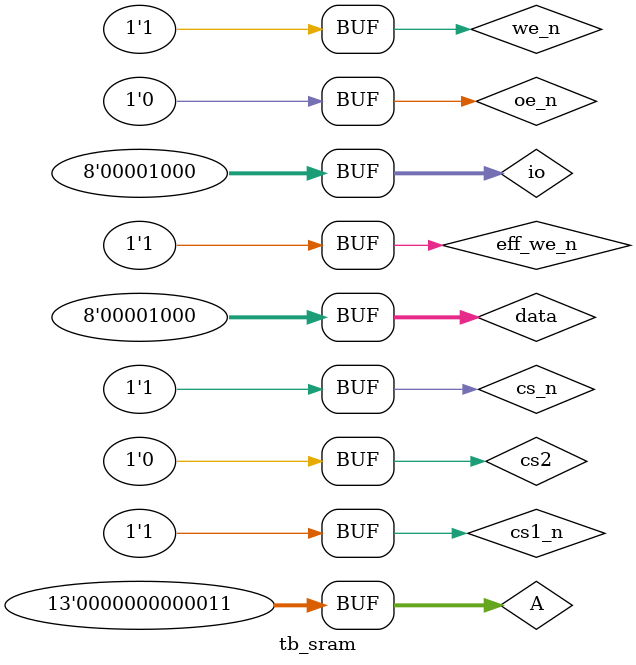
<source format=v>
module tb_sram();
reg [12:0] A;
reg cs1_n,cs2,we_n,oe_n;
wire [7:0] io;


reg[7:0] data;
wire eff_we_n,cs_n;

sram m1(cs1_n,cs2,we_n,oe_n,A,io);

assign cs_n=(cs1_n & (~cs2));
assign eff_we_n=(we_n | cs_n);
assign io=eff_we_n?data:8'bz;
initial begin
//address1 latch
cs1_n=1'b0; cs2=1'b1; we_n=1'b1; data=8'd6;
#10 we_n=1'b0;A=13'd0;
//writing data1
#10 we_n=1'b1;oe_n=1'b1;
//reading data1
#10 oe_n=1'b0;we_n=1'b0;
#10 we_n=1'b1;cs1_n=1'b1;cs2=1'b0;

//address2 latch
#10 cs1_n=1'b0; cs2=1'b1; we_n=1'b1; data=8'd7;
#10 we_n=1'b0;A=13'd1;
//writing data2
#10 we_n=1'b1;oe_n=1'b1;
//reading data2
#10 oe_n=1'b0;we_n=1'b0;
#10 we_n=1'b1;cs1_n=1'b1;cs2=1'b0;

//address3 latch
#10 cs1_n=1'b0; cs2=1'b1; we_n=1'b1; data=8'd10;
#10 we_n=1'b0;A=13'd2;
//writing data3
#10 we_n=1'b1;oe_n=1'b1;
//reading data3
#10 oe_n=1'b0;we_n=1'b0;
#10 we_n=1'b1;cs1_n=1'b1;cs2=1'b0;

//address4 latch
#10 cs1_n=1'b0; cs2=1'b1; we_n=1'b1; data=8'd8;
#10 we_n=1'b0;A=13'd3;
//writing data4
#10 we_n=1'b1;oe_n=1'b1;
//reading data4
#10 oe_n=1'b0;we_n=1'b0;
#10 we_n=1'b1;cs1_n=1'b1;cs2=1'b0;

end
endmodule

</source>
